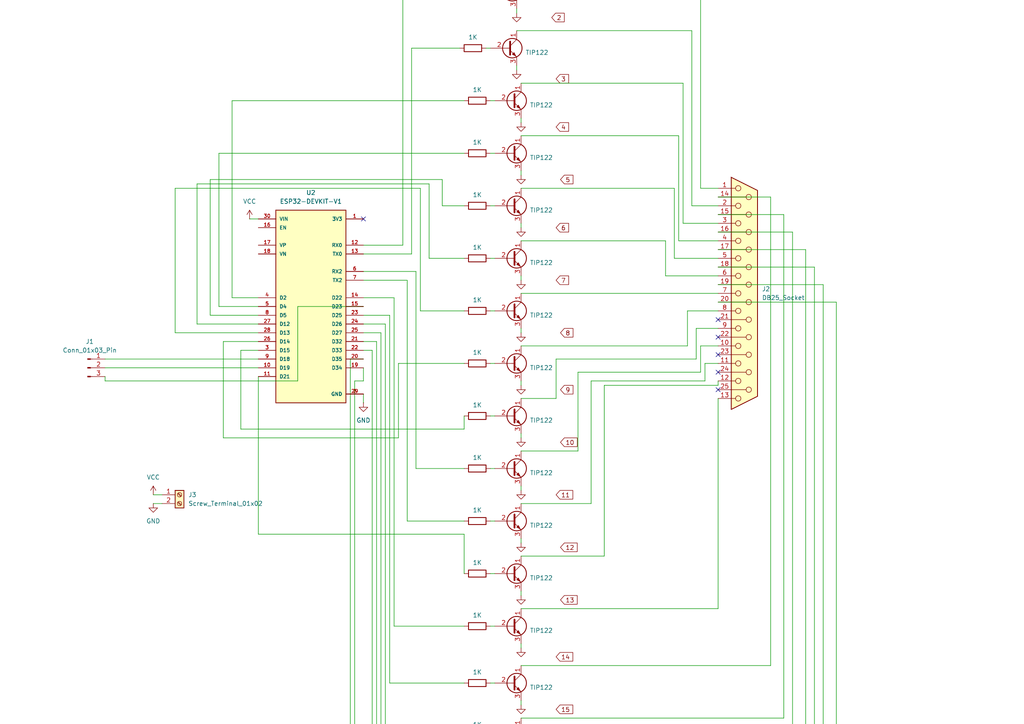
<source format=kicad_sch>
(kicad_sch (version 20250114) (generator "eeschema") (generator_version "9.0")
  (paper "A4")
  (lib_symbols
    (symbol "Connector:Conn_01x03_Pin" (pin_names (offset 1.016) (hide yes))
      (property "Reference" "J" (at 0 5.08 0))
      (property "Value" "Conn_01x03_Pin" (at 0 -5.08 0))
      (symbol "Conn_01x03_Pin_1_1"
        (rectangle (start 0.8636 2.667) (end 0 2.413) (stroke (width 0.1524)) (fill (type outline)))
        (rectangle (start 0.8636 0.127) (end 0 -0.127) (stroke (width 0.1524)) (fill (type outline)))
        (rectangle (start 0.8636 -2.413) (end 0 -2.667) (stroke (width 0.1524)) (fill (type outline)))
        (polyline (pts (xy 1.27 2.54) (xy 0.8636 2.54)) (stroke (width 0.1524)))
        (polyline (pts (xy 1.27 0) (xy 0.8636 0)) (stroke (width 0.1524)))
        (polyline (pts (xy 1.27 -2.54) (xy 0.8636 -2.54)) (stroke (width 0.1524)))
        (pin passive line (at 5.08 2.54 180) (length 3.81) (name "Pin_1") (number "1"))
        (pin passive line (at 5.08 0 180) (length 3.81) (name "Pin_2") (number "2"))
        (pin passive line (at 5.08 -2.54 180) (length 3.81) (name "Pin_3") (number "3"))
      )
    )
    (symbol "Connector:DB25_Socket" (pin_names (offset 1.016) (hide yes))
      (property "Reference" "J" (at 0 34.29 0))
      (property "Value" "DB25_Socket" (at 0 -34.925 0))
      (symbol "DB25_Socket_0_1"
        (polyline (pts (xy -3.81 33.655) (xy 3.81 29.845) (xy 3.81 -29.845) (xy -3.81 -33.655) (xy -3.81 33.655)) (stroke (width 0.254)) (fill (type background)))
        (polyline (pts (xy -3.81 30.48) (xy -2.54 30.48)))
        (polyline (pts (xy -3.81 27.94) (xy 0.508 27.94)))
        (polyline (pts (xy -3.81 25.4) (xy -2.54 25.4)))
        (polyline (pts (xy -3.81 22.86) (xy 0.508 22.86)))
        (polyline (pts (xy -3.81 20.32) (xy -2.54 20.32)))
        (polyline (pts (xy -3.81 17.78) (xy 0.508 17.78)))
        (polyline (pts (xy -3.81 15.24) (xy -2.54 15.24)))
        (polyline (pts (xy -3.81 12.7) (xy 0.508 12.7)))
        (polyline (pts (xy -3.81 10.16) (xy -2.54 10.16)))
        (polyline (pts (xy -3.81 7.62) (xy 0.508 7.62)))
        (polyline (pts (xy -3.81 5.08) (xy -2.54 5.08)))
        (polyline (pts (xy -3.81 2.54) (xy 0.508 2.54)))
        (polyline (pts (xy -3.81 0) (xy -2.54 0)))
        (polyline (pts (xy -3.81 -2.54) (xy 0.508 -2.54)))
        (polyline (pts (xy -3.81 -5.08) (xy -2.54 -5.08)))
        (polyline (pts (xy -3.81 -7.62) (xy 0.508 -7.62)))
        (polyline (pts (xy -3.81 -10.16) (xy -2.54 -10.16)))
        (polyline (pts (xy -3.81 -12.7) (xy 0.508 -12.7)))
        (polyline (pts (xy -3.81 -15.24) (xy -2.54 -15.24)))
        (polyline (pts (xy -3.81 -17.78) (xy 0.508 -17.78)))
        (polyline (pts (xy -3.81 -20.32) (xy -2.54 -20.32)))
        (polyline (pts (xy -3.81 -22.86) (xy 0.508 -22.86)))
        (polyline (pts (xy -3.81 -25.4) (xy -2.54 -25.4)))
        (polyline (pts (xy -3.81 -27.94) (xy 0.508 -27.94)))
        (polyline (pts (xy -3.81 -30.48) (xy -2.54 -30.48)))
        (circle (center -1.778 30.48) (radius 0.762))
        (circle (center -1.778 25.4) (radius 0.762))
        (circle (center -1.778 20.32) (radius 0.762))
        (circle (center -1.778 15.24) (radius 0.762))
        (circle (center -1.778 10.16) (radius 0.762))
        (circle (center -1.778 5.08) (radius 0.762))
        (circle (center -1.778 0) (radius 0.762))
        (circle (center -1.778 -5.08) (radius 0.762))
        (circle (center -1.778 -10.16) (radius 0.762))
        (circle (center -1.778 -15.24) (radius 0.762))
        (circle (center -1.778 -20.32) (radius 0.762))
        (circle (center -1.778 -25.4) (radius 0.762))
        (circle (center -1.778 -30.48) (radius 0.762))
        (circle (center 1.27 27.94) (radius 0.762))
        (circle (center 1.27 22.86) (radius 0.762))
        (circle (center 1.27 17.78) (radius 0.762))
        (circle (center 1.27 12.7) (radius 0.762))
        (circle (center 1.27 7.62) (radius 0.762))
        (circle (center 1.27 2.54) (radius 0.762))
        (circle (center 1.27 -2.54) (radius 0.762))
        (circle (center 1.27 -7.62) (radius 0.762))
        (circle (center 1.27 -12.7) (radius 0.762))
        (circle (center 1.27 -17.78) (radius 0.762))
        (circle (center 1.27 -22.86) (radius 0.762))
        (circle (center 1.27 -27.94) (radius 0.762))
      )
      (symbol "DB25_Socket_1_1"
        (pin passive line (at -7.62 30.48 0) (length 3.81) (name "1") (number "1"))
        (pin passive line (at -7.62 27.94 0) (length 3.81) (name "P14") (number "14"))
        (pin passive line (at -7.62 25.4 0) (length 3.81) (name "2") (number "2"))
        (pin passive line (at -7.62 22.86 0) (length 3.81) (name "P15") (number "15"))
        (pin passive line (at -7.62 20.32 0) (length 3.81) (name "3") (number "3"))
        (pin passive line (at -7.62 17.78 0) (length 3.81) (name "P16") (number "16"))
        (pin passive line (at -7.62 15.24 0) (length 3.81) (name "4") (number "4"))
        (pin passive line (at -7.62 12.7 0) (length 3.81) (name "P17") (number "17"))
        (pin passive line (at -7.62 10.16 0) (length 3.81) (name "5") (number "5"))
        (pin passive line (at -7.62 7.62 0) (length 3.81) (name "P18") (number "18"))
        (pin passive line (at -7.62 5.08 0) (length 3.81) (name "6") (number "6"))
        (pin passive line (at -7.62 2.54 0) (length 3.81) (name "P19") (number "19"))
        (pin passive line (at -7.62 0 0) (length 3.81) (name "7") (number "7"))
        (pin passive line (at -7.62 -2.54 0) (length 3.81) (name "P20") (number "20"))
        (pin passive line (at -7.62 -5.08 0) (length 3.81) (name "8") (number "8"))
        (pin passive line (at -7.62 -7.62 0) (length 3.81) (name "P21") (number "21"))
        (pin passive line (at -7.62 -10.16 0) (length 3.81) (name "9") (number "9"))
        (pin passive line (at -7.62 -12.7 0) (length 3.81) (name "P22") (number "22"))
        (pin passive line (at -7.62 -15.24 0) (length 3.81) (name "10") (number "10"))
        (pin passive line (at -7.62 -17.78 0) (length 3.81) (name "P23") (number "23"))
        (pin passive line (at -7.62 -20.32 0) (length 3.81) (name "11") (number "11"))
        (pin passive line (at -7.62 -22.86 0) (length 3.81) (name "P24") (number "24"))
        (pin passive line (at -7.62 -25.4 0) (length 3.81) (name "12") (number "12"))
        (pin passive line (at -7.62 -27.94 0) (length 3.81) (name "P25") (number "25"))
        (pin passive line (at -7.62 -30.48 0) (length 3.81) (name "13") (number "13"))
      )
    )
    (symbol "Connector:Screw_Terminal_01x02" (pin_names (offset 1.016) (hide yes))
      (property "Reference" "J" (at 0 2.54 0))
      (property "Value" "Screw_Terminal_01x02" (at 0 -5.08 0))
      (symbol "Screw_Terminal_01x02_1_1"
        (rectangle (start -1.27 1.27) (end 1.27 -3.81) (stroke (width 0.254)) (fill (type background)))
        (polyline (pts (xy -0.5334 0.3302) (xy 0.3302 -0.508)) (stroke (width 0.1524)))
        (polyline (pts (xy -0.5334 -2.2098) (xy 0.3302 -3.048)) (stroke (width 0.1524)))
        (polyline (pts (xy -0.3556 0.508) (xy 0.508 -0.3302)) (stroke (width 0.1524)))
        (polyline (pts (xy -0.3556 -2.032) (xy 0.508 -2.8702)) (stroke (width 0.1524)))
        (circle (center 0 0) (radius 0.635) (stroke (width 0.1524)))
        (circle (center 0 -2.54) (radius 0.635) (stroke (width 0.1524)))
        (pin passive line (at -5.08 0 0) (length 3.81) (name "Pin_1") (number "1"))
        (pin passive line (at -5.08 -2.54 0) (length 3.81) (name "Pin_2") (number "2"))
      )
    )
    (symbol "Device:R" (pin_numbers (hide yes)) (pin_names (offset 0))
      (property "Reference" "R" (at 2.032 0 90))
      (property "Value" "R" (at 0 0 90))
      (symbol "R_0_1"
        (rectangle (start -1.016 -2.54) (end 1.016 2.54) (stroke (width 0.254)))
      )
      (symbol "R_1_1"
        (pin passive line (at 0 3.81 270) (length 1.27) (name "~") (number "1"))
        (pin passive line (at 0 -3.81 90) (length 1.27) (name "~") (number "2"))
      )
    )
    (symbol "ESP32-DEVKIT-V1:ESP32-DEVKIT-V1" (pin_names (offset 1.016))
      (property "Reference" "U" (at -10.16 30.48 0))
      (property "Value" "ESP32-DEVKIT-V1" (at -10.16 -30.48 0))
      (symbol "ESP32-DEVKIT-V1_0_0"
        (rectangle (start -10.16 -27.94) (end 10.16 27.94) (stroke (width 0.254)) (fill (type background)))
        (pin input line (at -15.24 25.4 0) (length 5.08) (name "VIN") (number "30"))
        (pin input line (at -15.24 22.86 0) (length 5.08) (name "EN") (number "16"))
        (pin bidirectional line (at -15.24 17.78 0) (length 5.08) (name "VP") (number "17"))
        (pin bidirectional line (at -15.24 15.24 0) (length 5.08) (name "VN") (number "18"))
        (pin bidirectional line (at -15.24 2.54 0) (length 5.08) (name "D2") (number "4"))
        (pin bidirectional line (at -15.24 0 0) (length 5.08) (name "D4") (number "5"))
        (pin bidirectional line (at -15.24 -2.54 0) (length 5.08) (name "D5") (number "8"))
        (pin bidirectional line (at -15.24 -5.08 0) (length 5.08) (name "D12") (number "27"))
        (pin bidirectional line (at -15.24 -7.62 0) (length 5.08) (name "D13") (number "28"))
        (pin bidirectional line (at -15.24 -10.16 0) (length 5.08) (name "D14") (number "26"))
        (pin bidirectional line (at -15.24 -12.7 0) (length 5.08) (name "D15") (number "3"))
        (pin bidirectional line (at -15.24 -15.24 0) (length 5.08) (name "D18") (number "9"))
        (pin bidirectional line (at -15.24 -17.78 0) (length 5.08) (name "D19") (number "10"))
        (pin bidirectional line (at -15.24 -20.32 0) (length 5.08) (name "D21") (number "11"))
        (pin output line (at 15.24 25.4 180) (length 5.08) (name "3V3") (number "1"))
        (pin input line (at 15.24 17.78 180) (length 5.08) (name "RX0") (number "12"))
        (pin output line (at 15.24 15.24 180) (length 5.08) (name "TX0") (number "13"))
        (pin input line (at 15.24 10.16 180) (length 5.08) (name "RX2") (number "6"))
        (pin output line (at 15.24 7.62 180) (length 5.08) (name "TX2") (number "7"))
        (pin bidirectional line (at 15.24 2.54 180) (length 5.08) (name "D22") (number "14"))
        (pin bidirectional line (at 15.24 0 180) (length 5.08) (name "D23") (number "15"))
        (pin bidirectional line (at 15.24 -2.54 180) (length 5.08) (name "D25") (number "23"))
        (pin bidirectional line (at 15.24 -5.08 180) (length 5.08) (name "D26") (number "24"))
        (pin bidirectional line (at 15.24 -7.62 180) (length 5.08) (name "D27") (number "25"))
        (pin bidirectional line (at 15.24 -10.16 180) (length 5.08) (name "D32") (number "21"))
        (pin bidirectional line (at 15.24 -12.7 180) (length 5.08) (name "D33") (number "22"))
        (pin bidirectional line (at 15.24 -15.24 180) (length 5.08) (name "D35") (number "20"))
        (pin bidirectional line (at 15.24 -17.78 180) (length 5.08) (name "D34") (number "19"))
        (pin power_in line (at 15.24 -25.4 180) (length 5.08) (name "GND") (number "2"))
        (pin power_in line (at 15.24 -25.4 180) (length 5.08) (name "GND") (number "29"))
      )
    )
    (symbol "GND_1" (power) (pin_numbers (hide yes)) (pin_names (offset 0) (hide yes))
      (property "Value" "GND" (at 0 -3.81 0))
      (symbol "GND_1_0_1"
        (polyline (pts (xy 0 0) (xy 0 -1.27) (xy 1.27 -1.27) (xy 0 -2.54) (xy -1.27 -1.27) (xy 0 -1.27)))
      )
      (symbol "GND_1_1_1"
        (pin power_in line (at 0 0 270) (length 0) (name "~") (number "1"))
      )
    )
    (symbol "GND_2" (power) (pin_numbers (hide yes)) (pin_names (offset 0) (hide yes))
      (property "Value" "GND" (at 0 -3.81 0))
      (symbol "GND_2_0_1"
        (polyline (pts (xy 0 0) (xy 0 -1.27) (xy 1.27 -1.27) (xy 0 -2.54) (xy -1.27 -1.27) (xy 0 -1.27)))
      )
      (symbol "GND_2_1_1"
        (pin power_in line (at 0 0 270) (length 0) (name "~") (number "1"))
      )
    )
    (symbol "Transistor_BJT:BC548" (pin_names (offset 0) (hide yes))
      (property "Reference" "Q" (at 5.08 1.905 0))
      (property "Value" "BC548" (at 5.08 0 0))
      (symbol "BC548_0_1"
        (polyline (pts (xy 0 0) (xy 0.635 0)))
        (polyline (pts (xy 0.635 1.905) (xy 0.635 -1.905) (xy 0.635 -1.905)) (stroke (width 0.508)))
        (polyline (pts (xy 0.635 0.635) (xy 2.54 2.54)))
        (polyline (pts (xy 0.635 -0.635) (xy 2.54 -2.54) (xy 2.54 -2.54)))
        (circle (center 1.27 0) (radius 2.8194) (stroke (width 0.254)))
        (polyline (pts (xy 1.27 -1.778) (xy 1.778 -1.27) (xy 2.286 -2.286) (xy 1.27 -1.778) (xy 1.27 -1.778)) (fill (type outline)))
      )
      (symbol "BC548_1_1"
        (pin input line (at -5.08 0 0) (length 5.08) (name "B") (number "2"))
        (pin passive line (at 2.54 5.08 270) (length 2.54) (name "C") (number "1"))
        (pin passive line (at 2.54 -5.08 90) (length 2.54) (name "E") (number "3"))
      )
    )
    (symbol "power:GND" (power) (pin_names (offset 0))
      (property "Value" "GND" (at 0 -3.81 0))
      (symbol "GND_0_1"
        (polyline (pts (xy 0 0) (xy 0 -1.27) (xy 1.27 -1.27) (xy 0 -2.54) (xy -1.27 -1.27) (xy 0 -1.27)))
      )
      (symbol "GND_1_1"
        (pin power_in line (at 0 0 270) (length 0) (hide yes) (name "GND") (number "1"))
      )
    )
    (symbol "power:VCC" (power) (pin_numbers (hide yes)) (pin_names (offset 0) (hide yes))
      (property "Value" "VCC" (at 0 3.556 0))
      (symbol "VCC_0_1"
        (polyline (pts (xy -0.762 1.27) (xy 0 2.54)))
        (polyline (pts (xy 0 2.54) (xy 0.762 1.27)))
        (polyline (pts (xy 0 0) (xy 0 2.54)))
      )
      (symbol "VCC_1_1"
        (pin power_in line (at 0 0 90) (length 0) (name "~") (number "1"))
      )
    )
  )
  (no_connect (at 105.41 63.5))
  (no_connect (at 208.28 107.95))
  (no_connect (at 208.28 113.03))
  (no_connect (at 208.28 97.79))
  (no_connect (at 208.28 92.71))
  (no_connect (at 208.28 102.87))
  (wire (pts (xy 105.41 86.36) (xy 114.3 86.36)))
  (wire (pts (xy 121.92 54.61) (xy 50.8 54.61)))
  (wire (pts (xy 44.45 146.05) (xy 46.99 146.05)))
  (wire (pts (xy 151.13 54.61) (xy 195.58 54.61)))
  (wire (pts (xy 67.31 29.21) (xy 67.31 86.36)))
  (wire (pts (xy 152.4 280.67) (xy 152.4 281.94)))
  (wire (pts (xy 74.93 154.94) (xy 134.62 154.94)))
  (wire (pts (xy 57.15 53.34) (xy 57.15 93.98)))
  (wire (pts (xy 69.85 101.6) (xy 69.85 124.46)))
  (wire (pts (xy 142.24 181.61) (xy 143.51 181.61)))
  (wire (pts (xy 208.28 80.01) (xy 193.04 80.01)))
  (wire (pts (xy 105.41 73.66) (xy 119.38 73.66)))
  (wire (pts (xy 135.89 292.1) (xy 101.6 292.1)))
  (wire (pts (xy 63.5 44.45) (xy 63.5 88.9)))
  (wire (pts (xy 143.51 275.59) (xy 144.78 275.59)))
  (wire (pts (xy 151.13 85.09) (xy 208.28 85.09)))
  (wire (pts (xy 208.28 100.33) (xy 203.2 100.33)))
  (wire (pts (xy 236.22 255.27) (xy 236.22 77.47)))
  (wire (pts (xy 118.11 151.13) (xy 134.62 151.13)))
  (wire (pts (xy 105.41 101.6) (xy 107.95 101.6)))
  (wire (pts (xy 124.46 53.34) (xy 57.15 53.34)))
  (wire (pts (xy 151.13 208.28) (xy 227.33 208.28)))
  (wire (pts (xy 151.13 218.44) (xy 151.13 219.71)))
  (wire (pts (xy 198.12 24.13) (xy 198.12 64.77)))
  (wire (pts (xy 105.41 91.44) (xy 113.03 91.44)))
  (wire (pts (xy 242.57 287.02) (xy 242.57 87.63)))
  (wire (pts (xy 151.13 100.33) (xy 199.39 100.33)))
  (wire (pts (xy 198.12 64.77) (xy 208.28 64.77)))
  (wire (pts (xy 142.24 151.13) (xy 143.51 151.13)))
  (wire (pts (xy 200.66 8.89) (xy 200.66 59.69)))
  (wire (pts (xy 115.57 105.41) (xy 115.57 127)))
  (wire (pts (xy 109.22 243.84) (xy 135.89 243.84)))
  (wire (pts (xy 151.13 176.53) (xy 208.28 176.53)))
  (wire (pts (xy 196.85 39.37) (xy 196.85 69.85)))
  (wire (pts (xy 107.95 260.35) (xy 135.89 260.35)))
  (wire (pts (xy 151.13 140.97) (xy 151.13 142.24)))
  (wire (pts (xy 142.24 44.45) (xy 143.51 44.45)))
  (wire (pts (xy 142.24 120.65) (xy 143.51 120.65)))
  (wire (pts (xy 151.13 193.04) (xy 223.52 193.04)))
  (wire (pts (xy 201.93 95.25) (xy 208.28 95.25)))
  (wire (pts (xy 142.24 135.89) (xy 143.51 135.89)))
  (wire (pts (xy 151.13 125.73) (xy 151.13 127)))
  (wire (pts (xy 110.49 96.52) (xy 110.49 228.6)))
  (wire (pts (xy 142.24 213.36) (xy 143.51 213.36)))
  (wire (pts (xy 208.28 82.55) (xy 238.76 82.55)))
  (wire (pts (xy 101.6 104.14) (xy 105.41 104.14)))
  (wire (pts (xy 57.15 93.98) (xy 74.93 93.98)))
  (wire (pts (xy 121.92 90.17) (xy 121.92 54.61)))
  (wire (pts (xy 105.41 110.49) (xy 102.87 110.49)))
  (wire (pts (xy 110.49 228.6) (xy 134.62 228.6)))
  (wire (pts (xy 151.13 64.77) (xy 151.13 66.04)))
  (wire (pts (xy 199.39 100.33) (xy 199.39 90.17)))
  (wire (pts (xy 60.96 91.44) (xy 74.93 91.44)))
  (wire (pts (xy 171.45 110.49) (xy 204.47 110.49)))
  (wire (pts (xy 149.86 8.89) (xy 200.66 8.89)))
  (wire (pts (xy 203.2 54.61) (xy 208.28 54.61)))
  (wire (pts (xy 109.22 99.06) (xy 109.22 243.84)))
  (wire (pts (xy 152.4 297.18) (xy 152.4 298.45)))
  (wire (pts (xy 44.45 143.51) (xy 46.99 143.51)))
  (wire (pts (xy 195.58 54.61) (xy 195.58 74.93)))
  (wire (pts (xy 118.11 81.28) (xy 118.11 151.13)))
  (wire (pts (xy 229.87 67.31) (xy 208.28 67.31)))
  (wire (pts (xy 151.13 130.81) (xy 167.64 130.81)))
  (wire (pts (xy 151.13 186.69) (xy 151.13 187.96)))
  (wire (pts (xy 105.41 114.3) (xy 105.41 116.84)))
  (wire (pts (xy 105.41 99.06) (xy 109.22 99.06)))
  (wire (pts (xy 134.62 154.94) (xy 134.62 166.37)))
  (wire (pts (xy 64.77 99.06) (xy 74.93 99.06)))
  (wire (pts (xy 171.45 146.05) (xy 171.45 110.49)))
  (wire (pts (xy 105.41 81.28) (xy 118.11 81.28)))
  (wire (pts (xy 151.13 95.25) (xy 151.13 96.52)))
  (wire (pts (xy 233.68 72.39) (xy 233.68 238.76)))
  (wire (pts (xy 114.3 86.36) (xy 114.3 181.61)))
  (wire (pts (xy 223.52 193.04) (xy 223.52 57.15)))
  (wire (pts (xy 223.52 57.15) (xy 208.28 57.15)))
  (wire (pts (xy 142.24 59.69) (xy 143.51 59.69)))
  (wire (pts (xy 201.93 104.14) (xy 201.93 95.25)))
  (wire (pts (xy 67.31 86.36) (xy 74.93 86.36)))
  (wire (pts (xy 142.24 90.17) (xy 143.51 90.17)))
  (wire (pts (xy 113.03 198.12) (xy 134.62 198.12)))
  (wire (pts (xy 115.57 127) (xy 64.77 127)))
  (wire (pts (xy 199.39 90.17) (xy 208.28 90.17)))
  (wire (pts (xy 152.4 248.92) (xy 152.4 250.19)))
  (wire (pts (xy 151.13 34.29) (xy 151.13 35.56)))
  (wire (pts (xy 143.51 292.1) (xy 144.78 292.1)))
  (wire (pts (xy 142.24 74.93) (xy 143.51 74.93)))
  (wire (pts (xy 140.97 13.97) (xy 142.24 13.97)))
  (wire (pts (xy 120.65 135.89) (xy 134.62 135.89)))
  (wire (pts (xy 63.5 88.9) (xy 74.93 88.9)))
  (wire (pts (xy 134.62 90.17) (xy 121.92 90.17)))
  (wire (pts (xy 238.76 82.55) (xy 238.76 270.51)))
  (wire (pts (xy 30.48 104.14) (xy 74.93 104.14)))
  (wire (pts (xy 151.13 156.21) (xy 151.13 157.48)))
  (wire (pts (xy 69.85 124.46) (xy 134.62 124.46)))
  (wire (pts (xy 152.4 265.43) (xy 152.4 266.7)))
  (wire (pts (xy 203.2 -7.62) (xy 203.2 54.61)))
  (wire (pts (xy 105.41 88.9) (xy 86.36 88.9)))
  (wire (pts (xy 107.95 101.6) (xy 107.95 260.35)))
  (wire (pts (xy 133.35 -2.54) (xy 116.84 -2.54)))
  (wire (pts (xy 74.93 101.6) (xy 69.85 101.6)))
  (wire (pts (xy 134.62 74.93) (xy 124.46 74.93)))
  (wire (pts (xy 236.22 77.47) (xy 208.28 77.47)))
  (wire (pts (xy 128.27 59.69) (xy 128.27 52.07)))
  (wire (pts (xy 208.28 115.57) (xy 208.28 176.53)))
  (wire (pts (xy 105.41 106.68) (xy 105.41 110.49)))
  (wire (pts (xy 120.65 78.74) (xy 120.65 135.89)))
  (wire (pts (xy 151.13 49.53) (xy 151.13 50.8)))
  (wire (pts (xy 152.4 238.76) (xy 233.68 238.76)))
  (wire (pts (xy 143.51 243.84) (xy 144.78 243.84)))
  (wire (pts (xy 151.13 39.37) (xy 196.85 39.37)))
  (wire (pts (xy 161.29 115.57) (xy 161.29 104.14)))
  (wire (pts (xy 175.26 161.29) (xy 175.26 111.76)))
  (wire (pts (xy 167.64 107.95) (xy 167.64 130.81)))
  (wire (pts (xy 151.13 115.57) (xy 161.29 115.57)))
  (wire (pts (xy 151.13 203.2) (xy 151.13 204.47)))
  (wire (pts (xy 151.13 24.13) (xy 198.12 24.13)))
  (wire (pts (xy 102.87 275.59) (xy 135.89 275.59)))
  (wire (pts (xy 86.36 88.9) (xy 86.36 110.49)))
  (wire (pts (xy 152.4 287.02) (xy 242.57 287.02)))
  (wire (pts (xy 161.29 104.14) (xy 201.93 104.14)))
  (wire (pts (xy 142.24 228.6) (xy 143.51 228.6)))
  (wire (pts (xy 204.47 110.49) (xy 204.47 105.41)))
  (wire (pts (xy 200.66 59.69) (xy 208.28 59.69)))
  (wire (pts (xy 204.47 105.41) (xy 208.28 105.41)))
  (wire (pts (xy 128.27 52.07) (xy 60.96 52.07)))
  (wire (pts (xy 134.62 124.46) (xy 134.62 120.65)))
  (wire (pts (xy 152.4 255.27) (xy 236.22 255.27)))
  (wire (pts (xy 142.24 198.12) (xy 143.51 198.12)))
  (wire (pts (xy 151.13 110.49) (xy 151.13 111.76)))
  (wire (pts (xy 151.13 146.05) (xy 171.45 146.05)))
  (wire (pts (xy 152.4 270.51) (xy 238.76 270.51)))
  (wire (pts (xy 149.86 19.05) (xy 149.86 20.32)))
  (wire (pts (xy 151.13 223.52) (xy 229.87 223.52)))
  (wire (pts (xy 119.38 13.97) (xy 133.35 13.97)))
  (wire (pts (xy 134.62 29.21) (xy 67.31 29.21)))
  (wire (pts (xy 30.48 109.22) (xy 30.48 110.49)))
  (wire (pts (xy 134.62 105.41) (xy 115.57 105.41)))
  (wire (pts (xy 242.57 87.63) (xy 208.28 87.63)))
  (wire (pts (xy 60.96 52.07) (xy 60.96 91.44)))
  (wire (pts (xy 208.28 62.23) (xy 227.33 62.23)))
  (wire (pts (xy 142.24 105.41) (xy 143.51 105.41)))
  (wire (pts (xy 105.41 96.52) (xy 110.49 96.52)))
  (wire (pts (xy 50.8 96.52) (xy 74.93 96.52)))
  (wire (pts (xy 74.93 109.22) (xy 74.93 154.94)))
  (wire (pts (xy 227.33 62.23) (xy 227.33 208.28)))
  (wire (pts (xy 116.84 71.12) (xy 105.41 71.12)))
  (wire (pts (xy 208.28 111.76) (xy 208.28 110.49)))
  (wire (pts (xy 142.24 29.21) (xy 143.51 29.21)))
  (wire (pts (xy 114.3 181.61) (xy 134.62 181.61)))
  (wire (pts (xy 151.13 80.01) (xy 151.13 81.28)))
  (wire (pts (xy 175.26 111.76) (xy 208.28 111.76)))
  (wire (pts (xy 151.13 233.68) (xy 151.13 234.95)))
  (wire (pts (xy 203.2 107.95) (xy 167.64 107.95)))
  (wire (pts (xy 50.8 54.61) (xy 50.8 96.52)))
  (wire (pts (xy 208.28 72.39) (xy 233.68 72.39)))
  (wire (pts (xy 134.62 44.45) (xy 63.5 44.45)))
  (wire (pts (xy 64.77 127) (xy 64.77 99.06)))
  (wire (pts (xy 105.41 78.74) (xy 120.65 78.74)))
  (wire (pts (xy 102.87 110.49) (xy 102.87 275.59)))
  (wire (pts (xy 151.13 161.29) (xy 175.26 161.29)))
  (wire (pts (xy 113.03 91.44) (xy 113.03 198.12)))
  (wire (pts (xy 149.86 -7.62) (xy 203.2 -7.62)))
  (wire (pts (xy 30.48 106.68) (xy 74.93 106.68)))
  (wire (pts (xy 72.39 63.5) (xy 74.93 63.5)))
  (wire (pts (xy 111.76 213.36) (xy 134.62 213.36)))
  (wire (pts (xy 193.04 80.01) (xy 193.04 69.85)))
  (wire (pts (xy 101.6 292.1) (xy 101.6 104.14)))
  (wire (pts (xy 142.24 166.37) (xy 143.51 166.37)))
  (wire (pts (xy 116.84 -2.54) (xy 116.84 71.12)))
  (wire (pts (xy 203.2 100.33) (xy 203.2 107.95)))
  (wire (pts (xy 30.48 110.49) (xy 86.36 110.49)))
  (wire (pts (xy 134.62 59.69) (xy 128.27 59.69)))
  (wire (pts (xy 119.38 73.66) (xy 119.38 13.97)))
  (wire (pts (xy 143.51 260.35) (xy 144.78 260.35)))
  (wire (pts (xy 229.87 223.52) (xy 229.87 67.31)))
  (wire (pts (xy 195.58 74.93) (xy 208.28 74.93)))
  (wire (pts (xy 151.13 171.45) (xy 151.13 172.72)))
  (wire (pts (xy 149.86 2.54) (xy 149.86 3.81)))
  (wire (pts (xy 105.41 93.98) (xy 111.76 93.98)))
  (wire (pts (xy 124.46 74.93) (xy 124.46 53.34)))
  (wire (pts (xy 111.76 93.98) (xy 111.76 213.36)))
  (wire (pts (xy 151.13 69.85) (xy 193.04 69.85)))
  (wire (pts (xy 196.85 69.85) (xy 208.28 69.85)))
  (wire (pts (xy 140.97 -2.54) (xy 142.24 -2.54)))
  (global_label "13" (shape input) (at 162.56 173.99 0) (property "Intersheetrefs" "${INTERSHEET_REFS}" (effects (hide yes))))
  (global_label "7" (shape input) (at 161.29 81.28 0) (property "Intersheetrefs" "${INTERSHEET_REFS}" (effects (hide yes))))
  (global_label "10" (shape input) (at 162.56 128.27 0) (property "Intersheetrefs" "${INTERSHEET_REFS}" (effects (hide yes))))
  (global_label "2" (shape input) (at 160.02 5.08 0) (property "Intersheetrefs" "${INTERSHEET_REFS}" (effects (hide yes))))
  (global_label "19" (shape input) (at 163.83 267.97 0) (property "Intersheetrefs" "${INTERSHEET_REFS}" (effects (hide yes))))
  (global_label "17" (shape input) (at 162.56 237.49 0) (property "Intersheetrefs" "${INTERSHEET_REFS}" (effects (hide yes))))
  (global_label "9" (shape input) (at 162.56 113.03 0) (property "Intersheetrefs" "${INTERSHEET_REFS}" (effects (hide yes))))
  (global_label "8" (shape input) (at 162.56 96.52 0) (property "Intersheetrefs" "${INTERSHEET_REFS}" (effects (hide yes))))
  (global_label "12" (shape input) (at 162.56 158.75 0) (property "Intersheetrefs" "${INTERSHEET_REFS}" (effects (hide yes))))
  (global_label "20" (shape input) (at 163.83 284.48 0) (property "Intersheetrefs" "${INTERSHEET_REFS}" (effects (hide yes))))
  (global_label "18" (shape input) (at 162.56 252.73 0) (property "Intersheetrefs" "${INTERSHEET_REFS}" (effects (hide yes))))
  (global_label "5" (shape input) (at 162.56 52.07 0) (property "Intersheetrefs" "${INTERSHEET_REFS}" (effects (hide yes))))
  (global_label "4" (shape input) (at 161.29 36.83 0) (property "Intersheetrefs" "${INTERSHEET_REFS}" (effects (hide yes))))
  (global_label "1" (shape input) (at 160.02 -10.16 0) (property "Intersheetrefs" "${INTERSHEET_REFS}" (effects (hide yes))))
  (global_label "11" (shape input) (at 161.29 143.51 0) (property "Intersheetrefs" "${INTERSHEET_REFS}" (effects (hide yes))))
  (global_label "6" (shape input) (at 161.29 66.04 0) (property "Intersheetrefs" "${INTERSHEET_REFS}" (effects (hide yes))))
  (global_label "16" (shape input) (at 160.02 219.71 0) (property "Intersheetrefs" "${INTERSHEET_REFS}" (effects (hide yes))))
  (global_label "3" (shape input) (at 161.29 22.86 0) (property "Intersheetrefs" "${INTERSHEET_REFS}" (effects (hide yes))))
  (global_label "14" (shape input) (at 161.29 190.5 0) (property "Intersheetrefs" "${INTERSHEET_REFS}" (effects (hide yes))))
  (global_label "15" (shape input) (at 161.29 205.74 0) (property "Intersheetrefs" "${INTERSHEET_REFS}" (effects (hide yes))))
  (symbol (lib_id "power:GND") (at 151.13 187.96 0) (unit 1)
    (property "Reference" "#PWR010" (effects (hide yes)))
    (property "Value" "GND" (effects (hide yes)))
  )
  (symbol (lib_id "power:GND") (at 152.4 266.7 0) (unit 1)
    (property "Reference" "#PWR016" (effects (hide yes)))
    (property "Value" "GND" (effects (hide yes)))
  )
  (symbol (lib_id "Transistor_BJT:BC548") (at 148.59 213.36 0) (unit 1)
    (property "Reference" "Q15" (effects (hide yes)))
    (property "Value" "TIP122" (at 153.67 214.6299 0) (effects (justify left)))
    (property "Footprint" "Package_TO_SOT_THT:TO-220-3_Vertical" (effects (hide yes)))
    (property "Datasheet" "https://www.onsemi.com/pub/Collateral/BC550-D.pdf" (effects (hide yes)))
  )
  (symbol (lib_id "Transistor_BJT:BC548") (at 148.59 90.17 0) (unit 1)
    (property "Reference" "Q7" (effects (hide yes)))
    (property "Value" "TIP122" (at 153.67 91.4399 0) (effects (justify left)))
    (property "Footprint" "Package_TO_SOT_THT:TO-220-3_Vertical" (effects (hide yes)))
    (property "Datasheet" "https://www.onsemi.com/pub/Collateral/BC550-D.pdf" (effects (hide yes)))
  )
  (symbol (lib_id "Device:R") (at 137.16 -2.54 270) (unit 1)
    (property "Reference" ".1" (at 137.16 -8.255 90) (effects (font (size 0.001 0.001))))
    (property "Value" "1K" (at 137.16 -5.715 90))
    (property "Footprint" "Resistor_THT:R_Axial_DIN0309_L9.0mm_D3.2mm_P20.32mm_Horizontal" (effects (hide yes)))
  )
  (symbol (lib_id "Connector:Conn_01x03_Pin") (at 25.4 106.68 0) (unit 1)
    (property "Reference" "J1" (at 26.035 99.06 0))
    (property "Value" "Conn_01x03_Pin" (at 26.035 101.6 0))
    (property "Footprint" "Connector_PinSocket_2.54mm:PinSocket_1x03_P2.54mm_Vertical" (effects (hide yes)))
    (property "Description" "Generic connector, single row, 01x03, script generated" (effects (hide yes)))
  )
  (symbol (lib_id "power:GND") (at 151.13 157.48 0) (unit 1)
    (property "Reference" "#PWR08" (effects (hide yes)))
    (property "Value" "GND" (effects (hide yes)))
  )
  (symbol (lib_id "power:GND") (at 151.13 219.71 0) (unit 1)
    (property "Reference" "#PWR019" (effects (hide yes)))
    (property "Value" "GND" (effects (hide yes)))
  )
  (symbol (lib_id "Transistor_BJT:BC548") (at 148.59 74.93 0) (unit 1)
    (property "Reference" "Q6" (effects (hide yes)))
    (property "Value" "TIP122" (at 153.67 76.1999 0) (effects (justify left)))
    (property "Footprint" "Package_TO_SOT_THT:TO-220-3_Vertical" (effects (hide yes)))
    (property "Datasheet" "https://www.onsemi.com/pub/Collateral/BC550-D.pdf" (effects (hide yes)))
  )
  (symbol (lib_id "Transistor_BJT:BC548") (at 149.86 243.84 0) (unit 1)
    (property "Reference" "Q17" (effects (hide yes)))
    (property "Value" "TIP122" (at 154.94 245.1099 0) (effects (justify left)))
    (property "Footprint" "Package_TO_SOT_THT:TO-220-3_Vertical" (effects (hide yes)))
    (property "Datasheet" "https://www.onsemi.com/pub/Collateral/BC550-D.pdf" (effects (hide yes)))
  )
  (symbol (lib_id "Transistor_BJT:BC548") (at 148.59 120.65 0) (unit 1)
    (property "Reference" "Q9" (effects (hide yes)))
    (property "Value" "TIP122" (at 153.67 121.9199 0) (effects (justify left)))
    (property "Footprint" "Package_TO_SOT_THT:TO-220-3_Vertical" (effects (hide yes)))
    (property "Datasheet" "https://www.onsemi.com/pub/Collateral/BC550-D.pdf" (effects (hide yes)))
  )
  (symbol (lib_id "power:GND") (at 151.13 234.95 0) (unit 1)
    (property "Reference" "#PWR014" (effects (hide yes)))
    (property "Value" "GND" (effects (hide yes)))
  )
  (symbol (lib_id "Transistor_BJT:BC548") (at 149.86 260.35 0) (unit 1)
    (property "Reference" "Q18" (effects (hide yes)))
    (property "Value" "TIP122" (at 154.94 261.6199 0) (effects (justify left)))
    (property "Footprint" "Package_TO_SOT_THT:TO-220-3_Vertical" (effects (hide yes)))
    (property "Datasheet" "https://www.onsemi.com/pub/Collateral/BC550-D.pdf" (effects (hide yes)))
  )
  (symbol (lib_id "power:GND") (at 151.13 35.56 0) (unit 1)
    (property "Reference" "#PWR0101" (effects (hide yes)))
    (property "Value" "GND" (effects (hide yes)))
  )
  (symbol (lib_id "Device:R") (at 138.43 105.41 270) (unit 1)
    (property "Reference" ".8" (at 138.43 99.695 90) (effects (font (size 0.001 0.001))))
    (property "Value" "1K" (at 138.43 102.235 90))
    (property "Footprint" "Resistor_THT:R_Axial_DIN0309_L9.0mm_D3.2mm_P20.32mm_Horizontal" (effects (hide yes)))
  )
  (symbol (lib_id "Device:R") (at 138.43 228.6 270) (unit 1)
    (property "Reference" ".16" (at 138.43 222.885 90) (effects (font (size 0.001 0.001))))
    (property "Value" "1K" (at 138.43 225.425 90))
    (property "Footprint" "Resistor_THT:R_Axial_DIN0309_L9.0mm_D3.2mm_P20.32mm_Horizontal" (effects (hide yes)))
  )
  (symbol (lib_id "power:GND") (at 151.13 81.28 0) (unit 1)
    (property "Reference" "#PWR03" (effects (hide yes)))
    (property "Value" "GND" (effects (hide yes)))
  )
  (symbol (lib_id "Device:R") (at 138.43 44.45 270) (unit 1)
    (property "Reference" ".4" (at 138.43 38.735 90) (effects (font (size 0.001 0.001))))
    (property "Value" "1K" (at 138.43 41.275 90))
    (property "Footprint" "Resistor_THT:R_Axial_DIN0309_L9.0mm_D3.2mm_P20.32mm_Horizontal" (effects (hide yes)))
  )
  (symbol (lib_id "Connector:DB25_Socket") (at 215.9 85.09 0) (unit 1)
    (property "Reference" "J2" (at 220.98 83.8199 0) (effects (justify left)))
    (property "Value" "DB25_Socket" (at 220.98 86.3599 0) (effects (justify left)))
    (property "Footprint" "Connector_Dsub:DSUB-25_Pins_Horizontal_P2.77x2.54mm_EdgePinOffset9.40mm" (effects (hide yes)))
    (property "Description" "25-pin D-SUB connector, socket (female)" (effects (hide yes)))
  )
  (symbol (lib_id "Device:R") (at 138.43 120.65 270) (unit 1)
    (property "Reference" ".9" (at 138.43 114.935 90) (effects (font (size 0.001 0.001))))
    (property "Value" "1K" (at 138.43 117.475 90))
    (property "Footprint" "Resistor_THT:R_Axial_DIN0309_L9.0mm_D3.2mm_P20.32mm_Horizontal" (effects (hide yes)))
  )
  (symbol (lib_id "Transistor_BJT:BC548") (at 149.86 275.59 0) (unit 1)
    (property "Reference" "Q19" (effects (hide yes)))
    (property "Value" "TIP122" (at 154.94 276.8599 0) (effects (justify left)))
    (property "Footprint" "Package_TO_SOT_THT:TO-220-3_Vertical" (effects (hide yes)))
    (property "Datasheet" "https://www.onsemi.com/pub/Collateral/BC550-D.pdf" (effects (hide yes)))
  )
  (symbol (lib_id "Transistor_BJT:BC548") (at 148.59 166.37 0) (unit 1)
    (property "Reference" "Q12" (effects (hide yes)))
    (property "Value" "TIP122" (at 153.67 167.6399 0) (effects (justify left)))
    (property "Footprint" "Package_TO_SOT_THT:TO-220-3_Vertical" (effects (hide yes)))
    (property "Datasheet" "https://www.onsemi.com/pub/Collateral/BC550-D.pdf" (effects (hide yes)))
  )
  (symbol (lib_id "Transistor_BJT:BC548") (at 148.59 198.12 0) (unit 1)
    (property "Reference" "Q14" (effects (hide yes)))
    (property "Value" "TIP122" (at 153.67 199.3899 0) (effects (justify left)))
    (property "Footprint" "Package_TO_SOT_THT:TO-220-3_Vertical" (effects (hide yes)))
    (property "Datasheet" "https://www.onsemi.com/pub/Collateral/BC550-D.pdf" (effects (hide yes)))
  )
  (symbol (lib_id "Device:R") (at 138.43 29.21 270) (unit 1)
    (property "Reference" ".3" (at 138.43 23.495 90) (effects (font (size 0.001 0.001))))
    (property "Value" "1K" (at 138.43 26.035 90))
    (property "Footprint" "Resistor_THT:R_Axial_DIN0309_L9.0mm_D3.2mm_P20.32mm_Horizontal" (effects (hide yes)))
  )
  (symbol (lib_id "power:GND") (at 151.13 127 0) (unit 1)
    (property "Reference" "#PWR06" (effects (hide yes)))
    (property "Value" "GND" (effects (hide yes)))
  )
  (symbol (lib_id "Connector:Screw_Terminal_01x02") (at 52.07 143.51 0) (unit 1)
    (property "Reference" "J3" (at 54.61 143.5099 0) (effects (justify left)))
    (property "Value" "Screw_Terminal_01x02" (at 54.61 146.0499 0) (effects (justify left)))
    (property "Footprint" "TerminalBlock:TerminalBlock_Altech_AK300-2_P5.00mm" (effects (hide yes)))
    (property "Description" "Generic screw terminal, single row, 01x02, script generated (kicad-library-utils/schlib/autogen/connector/)" (effects (hide yes)))
  )
  (symbol (lib_id "power:GND") (at 149.86 20.32 0) (unit 1)
    (property "Reference" "#PWR012" (effects (hide yes)))
    (property "Value" "GND" (effects (hide yes)))
  )
  (symbol (lib_name "GND_1") (lib_id "power:GND") (at 105.41 116.84 0) (unit 1)
    (property "Reference" "#PWR020" (effects (hide yes)))
    (property "Value" "GND" (at 105.41 121.92 0))
    (property "Description" "Power symbol creates a global label with name \"GND\" , ground" (effects (hide yes)))
  )
  (symbol (lib_id "Transistor_BJT:BC548") (at 148.59 59.69 0) (unit 1)
    (property "Reference" "Q5" (effects (hide yes)))
    (property "Value" "TIP122" (at 153.67 60.9599 0) (effects (justify left)))
    (property "Footprint" "Package_TO_SOT_THT:TO-220-3_Vertical" (effects (hide yes)))
    (property "Datasheet" "https://www.onsemi.com/pub/Collateral/BC550-D.pdf" (effects (hide yes)))
  )
  (symbol (lib_id "power:GND") (at 151.13 172.72 0) (unit 1)
    (property "Reference" "#PWR09" (effects (hide yes)))
    (property "Value" "GND" (effects (hide yes)))
  )
  (symbol (lib_id "Device:R") (at 138.43 181.61 270) (unit 1)
    (property "Reference" ".13" (at 138.43 175.895 90) (effects (font (size 0.001 0.001))))
    (property "Value" "1K" (at 138.43 178.435 90))
    (property "Footprint" "Resistor_THT:R_Axial_DIN0309_L9.0mm_D3.2mm_P20.32mm_Horizontal" (effects (hide yes)))
  )
  (symbol (lib_id "power:GND") (at 151.13 111.76 0) (unit 1)
    (property "Reference" "#PWR05" (effects (hide yes)))
    (property "Value" "GND" (effects (hide yes)))
  )
  (symbol (lib_id "Transistor_BJT:BC548") (at 148.59 44.45 0) (unit 1)
    (property "Reference" "Q4" (effects (hide yes)))
    (property "Value" "TIP122" (at 153.67 45.7199 0) (effects (justify left)))
    (property "Footprint" "Package_TO_SOT_THT:TO-220-3_Vertical" (effects (hide yes)))
    (property "Datasheet" "https://www.onsemi.com/pub/Collateral/BC550-D.pdf" (effects (hide yes)))
  )
  (symbol (lib_id "Device:R") (at 139.7 275.59 270) (unit 1)
    (property "Reference" ".19" (at 139.7 269.875 90) (effects (font (size 0.001 0.001))))
    (property "Value" "1K" (at 139.7 272.415 90))
    (property "Footprint" "Resistor_THT:R_Axial_DIN0309_L9.0mm_D3.2mm_P20.32mm_Horizontal" (effects (hide yes)))
  )
  (symbol (lib_id "Device:R") (at 138.43 59.69 270) (unit 1)
    (property "Reference" ".5" (at 138.43 53.975 90) (effects (font (size 0.001 0.001))))
    (property "Value" "1K" (at 138.43 56.515 90))
    (property "Footprint" "Resistor_THT:R_Axial_DIN0309_L9.0mm_D3.2mm_P20.32mm_Horizontal" (effects (hide yes)))
  )
  (symbol (lib_id "power:GND") (at 151.13 142.24 0) (unit 1)
    (property "Reference" "#PWR07" (effects (hide yes)))
    (property "Value" "GND" (effects (hide yes)))
  )
  (symbol (lib_id "Transistor_BJT:BC548") (at 149.86 292.1 0) (unit 1)
    (property "Reference" "Q20" (effects (hide yes)))
    (property "Value" "TIP122" (at 154.94 293.3699 0) (effects (justify left)))
    (property "Footprint" "Package_TO_SOT_THT:TO-220-3_Vertical" (effects (hide yes)))
    (property "Datasheet" "https://www.onsemi.com/pub/Collateral/BC550-D.pdf" (effects (hide yes)))
  )
  (symbol (lib_id "Transistor_BJT:BC548") (at 148.59 151.13 0) (unit 1)
    (property "Reference" "Q11" (effects (hide yes)))
    (property "Value" "TIP122" (at 153.67 152.3999 0) (effects (justify left)))
    (property "Footprint" "Package_TO_SOT_THT:TO-220-3_Vertical" (effects (hide yes)))
    (property "Datasheet" "https://www.onsemi.com/pub/Collateral/BC550-D.pdf" (effects (hide yes)))
  )
  (symbol (lib_id "Device:R") (at 138.43 135.89 270) (unit 1)
    (property "Reference" ".10" (at 138.43 130.175 90) (effects (font (size 0.001 0.001))))
    (property "Value" "1K" (at 138.43 132.715 90))
    (property "Footprint" "Resistor_THT:R_Axial_DIN0309_L9.0mm_D3.2mm_P20.32mm_Horizontal" (effects (hide yes)))
  )
  (symbol (lib_id "power:GND") (at 151.13 96.52 0) (unit 1)
    (property "Reference" "#PWR04" (effects (hide yes)))
    (property "Value" "GND" (effects (hide yes)))
  )
  (symbol (lib_id "power:GND") (at 152.4 281.94 0) (unit 1)
    (property "Reference" "#PWR017" (effects (hide yes)))
    (property "Value" "GND" (effects (hide yes)))
  )
  (symbol (lib_id "power:GND") (at 151.13 204.47 0) (unit 1)
    (property "Reference" "#PWR011" (effects (hide yes)))
    (property "Value" "GND" (effects (hide yes)))
  )
  (symbol (lib_id "Transistor_BJT:BC548") (at 148.59 181.61 0) (unit 1)
    (property "Reference" "Q13" (effects (hide yes)))
    (property "Value" "TIP122" (at 153.67 182.8799 0) (effects (justify left)))
    (property "Footprint" "Package_TO_SOT_THT:TO-220-3_Vertical" (effects (hide yes)))
    (property "Datasheet" "https://www.onsemi.com/pub/Collateral/BC550-D.pdf" (effects (hide yes)))
  )
  (symbol (lib_id "Device:R") (at 138.43 166.37 270) (unit 1)
    (property "Reference" ".12" (at 138.43 160.655 90) (effects (font (size 0.001 0.001))))
    (property "Value" "1K" (at 138.43 163.195 90))
    (property "Footprint" "Resistor_THT:R_Axial_DIN0309_L9.0mm_D3.2mm_P20.32mm_Horizontal" (effects (hide yes)))
  )
  (symbol (lib_id "Device:R") (at 138.43 90.17 270) (unit 1)
    (property "Reference" ".7" (at 138.43 84.455 90) (effects (font (size 0.001 0.001))))
    (property "Value" "1K" (at 138.43 86.995 90))
    (property "Footprint" "Resistor_THT:R_Axial_DIN0309_L9.0mm_D3.2mm_P20.32mm_Horizontal" (effects (hide yes)))
  )
  (symbol (lib_id "Device:R") (at 139.7 260.35 270) (unit 1)
    (property "Reference" ".18" (at 139.7 254.635 90) (effects (font (size 0.001 0.001))))
    (property "Value" "1K" (at 139.7 257.175 90))
    (property "Footprint" "Resistor_THT:R_Axial_DIN0309_L9.0mm_D3.2mm_P20.32mm_Horizontal" (effects (hide yes)))
  )
  (symbol (lib_id "power:GND") (at 151.13 66.04 0) (unit 1)
    (property "Reference" "#PWR02" (effects (hide yes)))
    (property "Value" "GND" (effects (hide yes)))
  )
  (symbol (lib_id "power:GND") (at 152.4 250.19 0) (unit 1)
    (property "Reference" "#PWR015" (effects (hide yes)))
    (property "Value" "GND" (effects (hide yes)))
  )
  (symbol (lib_id "Device:R") (at 138.43 213.36 270) (unit 1)
    (property "Reference" ".15" (at 138.43 207.645 90) (effects (font (size 0.001 0.001))))
    (property "Value" "1K" (at 138.43 210.185 90))
    (property "Footprint" "Resistor_THT:R_Axial_DIN0309_L9.0mm_D3.2mm_P20.32mm_Horizontal" (effects (hide yes)))
  )
  (symbol (lib_id "Device:R") (at 137.16 13.97 270) (unit 1)
    (property "Reference" ".2" (at 137.16 8.255 90) (effects (font (size 0.001 0.001))))
    (property "Value" "1K" (at 137.16 10.795 90))
    (property "Footprint" "Resistor_THT:R_Axial_DIN0309_L9.0mm_D3.2mm_P20.32mm_Horizontal" (effects (hide yes)))
  )
  (symbol (lib_id "Device:R") (at 138.43 198.12 270) (unit 1)
    (property "Reference" ".14" (at 138.43 192.405 90) (effects (font (size 0.001 0.001))))
    (property "Value" "1K" (at 138.43 194.945 90))
    (property "Footprint" "Resistor_THT:R_Axial_DIN0309_L9.0mm_D3.2mm_P20.32mm_Horizontal" (effects (hide yes)))
  )
  (symbol (lib_id "power:GND") (at 149.86 3.81 0) (unit 1)
    (property "Reference" "#PWR013" (effects (hide yes)))
    (property "Value" "GND" (effects (hide yes)))
  )
  (symbol (lib_id "Device:R") (at 138.43 74.93 270) (unit 1)
    (property "Reference" ".6" (at 138.43 69.215 90) (effects (font (size 0.001 0.001))))
    (property "Value" "1K" (at 138.43 71.755 90))
    (property "Footprint" "Resistor_THT:R_Axial_DIN0309_L9.0mm_D3.2mm_P20.32mm_Horizontal" (effects (hide yes)))
  )
  (symbol (lib_id "Device:R") (at 139.7 243.84 270) (unit 1)
    (property "Reference" ".17" (at 139.7 238.125 90) (effects (font (size 0.001 0.001))))
    (property "Value" "1K" (at 139.7 240.665 90))
    (property "Footprint" "Resistor_THT:R_Axial_DIN0309_L9.0mm_D3.2mm_P20.32mm_Horizontal" (effects (hide yes)))
  )
  (symbol (lib_id "power:VCC") (at 72.39 63.5 0) (unit 1)
    (property "Reference" "#PWR021" (effects (hide yes)))
    (property "Value" "VCC" (at 72.39 58.42 0))
    (property "Description" "Power symbol creates a global label with name \"VCC\"" (effects (hide yes)))
  )
  (symbol (lib_id "power:GND") (at 152.4 298.45 0) (unit 1)
    (property "Reference" "#PWR018" (effects (hide yes)))
    (property "Value" "GND" (effects (hide yes)))
  )
  (symbol (lib_name "GND_2") (lib_id "power:GND") (at 44.45 146.05 0) (unit 1)
    (property "Reference" "#PWR023" (effects (hide yes)))
    (property "Value" "GND" (at 44.45 151.13 0))
    (property "Description" "Power symbol creates a global label with name \"GND\" , ground" (effects (hide yes)))
  )
  (symbol (lib_id "Transistor_BJT:BC548") (at 148.59 135.89 0) (unit 1)
    (property "Reference" "Q10" (effects (hide yes)))
    (property "Value" "TIP122" (at 153.67 137.1599 0) (effects (justify left)))
    (property "Footprint" "Package_TO_SOT_THT:TO-220-3_Vertical" (effects (hide yes)))
    (property "Datasheet" "https://www.onsemi.com/pub/Collateral/BC550-D.pdf" (effects (hide yes)))
  )
  (symbol (lib_id "Transistor_BJT:BC548") (at 148.59 29.21 0) (unit 1)
    (property "Reference" "Q3" (effects (hide yes)))
    (property "Value" "TIP122" (at 153.67 30.4799 0) (effects (justify left)))
    (property "Footprint" "Package_TO_SOT_THT:TO-220-3_Vertical" (effects (hide yes)))
    (property "Datasheet" "https://www.onsemi.com/pub/Collateral/BC550-D.pdf" (effects (hide yes)))
  )
  (symbol (lib_id "Transistor_BJT:BC548") (at 147.32 -2.54 0) (unit 1)
    (property "Reference" "Q1" (effects (hide yes)))
    (property "Value" "TIP122" (at 152.4 -1.2701 0) (effects (justify left)))
    (property "Footprint" "Package_TO_SOT_THT:TO-220-3_Vertical" (effects (hide yes)))
    (property "Datasheet" "https://www.onsemi.com/pub/Collateral/BC550-D.pdf" (effects (hide yes)))
  )
  (symbol (lib_id "power:VCC") (at 44.45 143.51 0) (unit 1)
    (property "Reference" "#PWR022" (effects (hide yes)))
    (property "Value" "VCC" (at 44.45 138.43 0))
    (property "Description" "Power symbol creates a global label with name \"VCC\"" (effects (hide yes)))
  )
  (symbol (lib_id "power:GND") (at 151.13 50.8 0) (unit 1)
    (property "Reference" "#PWR01" (effects (hide yes)))
    (property "Value" "GND" (effects (hide yes)))
  )
  (symbol (lib_id "Device:R") (at 139.7 292.1 270) (unit 1)
    (property "Reference" ".20" (at 139.7 286.385 90) (effects (font (size 0.001 0.001))))
    (property "Value" "1K" (at 139.7 288.925 90))
    (property "Footprint" "Resistor_THT:R_Axial_DIN0309_L9.0mm_D3.2mm_P20.32mm_Horizontal" (effects (hide yes)))
  )
  (symbol (lib_id "Transistor_BJT:BC548") (at 148.59 228.6 0) (unit 1)
    (property "Reference" "Q16" (effects (hide yes)))
    (property "Value" "TIP122" (at 153.67 229.8699 0) (effects (justify left)))
    (property "Footprint" "Package_TO_SOT_THT:TO-220-3_Vertical" (effects (hide yes)))
    (property "Datasheet" "https://www.onsemi.com/pub/Collateral/BC550-D.pdf" (effects (hide yes)))
  )
  (symbol (lib_id "Transistor_BJT:BC548") (at 148.59 105.41 0) (unit 1)
    (property "Reference" "Q8" (effects (hide yes)))
    (property "Value" "TIP122" (at 153.67 106.6799 0) (effects (justify left)))
    (property "Footprint" "Package_TO_SOT_THT:TO-220-3_Vertical" (effects (hide yes)))
    (property "Datasheet" "https://www.onsemi.com/pub/Collateral/BC550-D.pdf" (effects (hide yes)))
  )
  (symbol (lib_id "Device:R") (at 138.43 151.13 270) (unit 1)
    (property "Reference" ".11" (at 138.43 145.415 90) (effects (font (size 0.001 0.001))))
    (property "Value" "1K" (at 138.43 147.955 90))
    (property "Footprint" "Resistor_THT:R_Axial_DIN0309_L9.0mm_D3.2mm_P20.32mm_Horizontal" (effects (hide yes)))
  )
  (symbol (lib_id "Transistor_BJT:BC548") (at 147.32 13.97 0) (unit 1)
    (property "Reference" "Q2" (effects (hide yes)))
    (property "Value" "TIP122" (at 152.4 15.2399 0) (effects (justify left)))
    (property "Footprint" "Package_TO_SOT_THT:TO-220-3_Vertical" (effects (hide yes)))
    (property "Datasheet" "https://www.onsemi.com/pub/Collateral/BC550-D.pdf" (effects (hide yes)))
  )
  (symbol (lib_id "ESP32-DEVKIT-V1:ESP32-DEVKIT-V1") (at 90.17 88.9 0) (unit 1)
    (property "Reference" "U2" (at 90.17 55.88 0))
    (property "Value" "ESP32-DEVKIT-V1" (at 90.17 58.42 0))
    (property "Footprint" "Battery:MODULE_ESP32_DEVKIT_V1" (effects (hide yes)))
    (property "MF" "Do it" (effects (hide yes)))
    (property "MAXIMUM_PACKAGE_HEIGHT" "6.8 mm" (effects (hide yes)))
    (property "Package" "None" (effects (hide yes)))
    (property "Price" "None" (effects (hide yes)))
    (property "Check_prices" "https://www.snapeda.com/parts/ESP32-DEVKIT-V1/Do+it/view-part/?ref=eda" (effects (hide yes)))
    (property "STANDARD" "Manufacturer Recommendations" (effects (hide yes)))
    (property "PARTREV" "N/A" (effects (hide yes)))
    (property "SnapEDA_Link" "https://www.snapeda.com/parts/ESP32-DEVKIT-V1/Do+it/view-part/?ref=snap" (effects (hide yes)))
    (property "MP" "ESP32-DEVKIT-V1" (effects (hide yes)))
    (property "Description_1" "Dual core, Wi-Fi: 2.4 GHz up to 150 Mbits/s,BLE (Bluetooth Low Energy) and legacy Bluetooth, 32 bits, Up to 240 MHz" (effects (hide yes)))
    (property "Availability" "Not in stock" (effects (hide yes)))
    (property "MANUFACTURER" "DOIT" (effects (hide yes)))
  )
)
</source>
